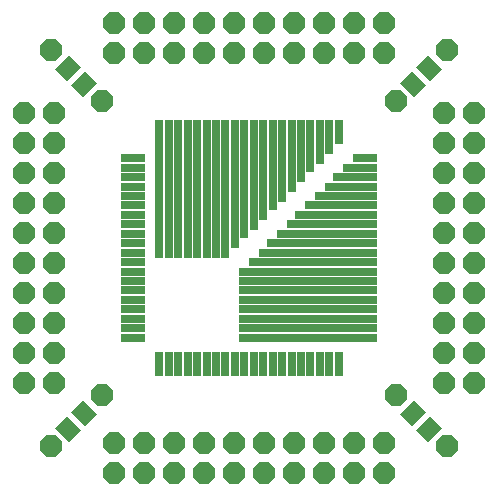
<source format=gbr>
G04 EAGLE Gerber RS-274X export*
G75*
%MOMM*%
%FSLAX34Y34*%
%LPD*%
%INSoldermask Top*%
%IPPOS*%
%AMOC8*
5,1,8,0,0,1.08239X$1,22.5*%
G01*
%ADD10R,2.103200X0.753200*%
%ADD11R,0.753200X2.103200*%
%ADD12R,11.703200X0.753200*%
%ADD13R,0.753200X11.703200*%
%ADD14R,0.753200X10.903200*%
%ADD15R,0.753200X10.103200*%
%ADD16R,10.103200X0.753200*%
%ADD17R,9.303200X0.753200*%
%ADD18R,0.753200X9.303200*%
%ADD19R,0.753200X8.503200*%
%ADD20R,8.503200X0.753200*%
%ADD21R,7.703200X0.753200*%
%ADD22R,0.753200X7.703200*%
%ADD23R,10.903200X0.753200*%
%ADD24R,6.903200X0.753200*%
%ADD25R,0.753200X6.903200*%
%ADD26R,0.753200X6.103200*%
%ADD27R,6.103200X0.753200*%
%ADD28R,5.303200X0.753200*%
%ADD29R,0.753200X5.303200*%
%ADD30R,0.753200X4.503200*%
%ADD31R,4.503200X0.753200*%
%ADD32R,3.703200X0.753200*%
%ADD33R,0.753200X3.703200*%
%ADD34R,2.903200X0.753200*%
%ADD35R,0.753200X2.903200*%
%ADD36P,1.979475X8X22.500000*%
%ADD37P,1.979475X8X112.500000*%
%ADD38P,1.979475X8X202.500000*%
%ADD39P,1.979475X8X292.500000*%
%ADD40R,1.503200X1.703200*%


D10*
X105640Y167640D03*
X105640Y175640D03*
X105640Y183640D03*
X105640Y191640D03*
X105640Y199640D03*
X105640Y207640D03*
X105640Y127640D03*
X105640Y135640D03*
X105640Y143640D03*
X105640Y151640D03*
X105640Y159640D03*
D11*
X127640Y105640D03*
X135640Y105640D03*
X143640Y105640D03*
X151640Y105640D03*
X159640Y105640D03*
X167640Y105640D03*
X183640Y105640D03*
X175640Y105640D03*
X191640Y105640D03*
X199640Y105640D03*
X207640Y105640D03*
X215640Y105640D03*
X223640Y105640D03*
X231640Y105640D03*
X239640Y105640D03*
X247640Y105640D03*
X255640Y105640D03*
X263640Y105640D03*
X271640Y105640D03*
X279640Y105640D03*
D10*
X301640Y279640D03*
X105640Y215640D03*
X105640Y223640D03*
X105640Y231640D03*
X105640Y239640D03*
X105640Y247640D03*
X105640Y255640D03*
X105640Y263640D03*
X105640Y279640D03*
X105640Y271640D03*
D11*
X279640Y301640D03*
D12*
X253640Y127640D03*
X253640Y183640D03*
X253640Y135640D03*
X253640Y143640D03*
X253640Y151640D03*
X253640Y159640D03*
X253640Y167640D03*
X253640Y175640D03*
D13*
X135640Y253640D03*
X183640Y253640D03*
X175640Y253640D03*
X167640Y253640D03*
X159640Y253640D03*
X151640Y253640D03*
X143640Y253640D03*
X127640Y253640D03*
D14*
X191640Y257640D03*
D15*
X199640Y261640D03*
D16*
X261640Y199640D03*
D17*
X265640Y207640D03*
D18*
X207640Y265640D03*
D19*
X215640Y269640D03*
D20*
X269640Y215640D03*
D21*
X273640Y223640D03*
D22*
X223640Y273640D03*
D23*
X257640Y191640D03*
D24*
X277640Y231640D03*
D25*
X231640Y277640D03*
D26*
X239640Y281640D03*
D27*
X281640Y239640D03*
D28*
X285640Y247640D03*
D29*
X247640Y285640D03*
D30*
X255640Y289640D03*
D31*
X289640Y255640D03*
D32*
X293640Y263640D03*
D33*
X263640Y293640D03*
D34*
X297640Y271640D03*
D35*
X271640Y297640D03*
D36*
X88900Y38100D03*
X88900Y12700D03*
X114300Y38100D03*
X114300Y12700D03*
X139700Y38100D03*
X139700Y12700D03*
X165100Y38100D03*
X165100Y12700D03*
X190500Y38100D03*
X190500Y12700D03*
X215900Y38100D03*
X215900Y12700D03*
X241300Y38100D03*
X241300Y12700D03*
X266700Y38100D03*
X266700Y12700D03*
X292100Y38100D03*
X292100Y12700D03*
X317500Y38100D03*
X317500Y12700D03*
D37*
X368300Y88900D03*
X393700Y88900D03*
X368300Y114300D03*
X393700Y114300D03*
X368300Y139700D03*
X393700Y139700D03*
X368300Y165100D03*
X393700Y165100D03*
X368300Y190500D03*
X393700Y190500D03*
X368300Y215900D03*
X393700Y215900D03*
X368300Y241300D03*
X393700Y241300D03*
X368300Y266700D03*
X393700Y266700D03*
X368300Y292100D03*
X393700Y292100D03*
X368300Y317500D03*
X393700Y317500D03*
D38*
X317500Y368300D03*
X317500Y393700D03*
X292100Y368300D03*
X292100Y393700D03*
X266700Y368300D03*
X266700Y393700D03*
X241300Y368300D03*
X241300Y393700D03*
X215900Y368300D03*
X215900Y393700D03*
X190500Y368300D03*
X190500Y393700D03*
X165100Y368300D03*
X165100Y393700D03*
X139700Y368300D03*
X139700Y393700D03*
X114300Y368300D03*
X114300Y393700D03*
X88900Y368300D03*
X88900Y393700D03*
D39*
X38100Y317500D03*
X12700Y317500D03*
X38100Y292100D03*
X12700Y292100D03*
X38100Y266700D03*
X12700Y266700D03*
X38100Y241300D03*
X12700Y241300D03*
X38100Y215900D03*
X12700Y215900D03*
X38100Y190500D03*
X12700Y190500D03*
X38100Y165100D03*
X12700Y165100D03*
X38100Y139700D03*
X12700Y139700D03*
X38100Y114300D03*
X12700Y114300D03*
X38100Y88900D03*
X12700Y88900D03*
D40*
G36*
X61768Y49725D02*
X51139Y39096D01*
X39096Y51139D01*
X49725Y61768D01*
X61768Y49725D01*
G37*
G36*
X75204Y63161D02*
X64575Y52532D01*
X52532Y64575D01*
X63161Y75204D01*
X75204Y63161D01*
G37*
D36*
X35560Y35560D03*
X78740Y78740D03*
D40*
G36*
X64575Y353868D02*
X75204Y343239D01*
X63161Y331196D01*
X52532Y341825D01*
X64575Y353868D01*
G37*
G36*
X51139Y367304D02*
X61768Y356675D01*
X49725Y344632D01*
X39096Y355261D01*
X51139Y367304D01*
G37*
D36*
X78740Y327660D03*
X35560Y370840D03*
D40*
G36*
X341825Y52532D02*
X331196Y63161D01*
X343239Y75204D01*
X353868Y64575D01*
X341825Y52532D01*
G37*
G36*
X355261Y39096D02*
X344632Y49725D01*
X356675Y61768D01*
X367304Y51139D01*
X355261Y39096D01*
G37*
D36*
X327660Y78740D03*
X370840Y35560D03*
D40*
G36*
X353868Y341825D02*
X343239Y331196D01*
X331196Y343239D01*
X341825Y353868D01*
X353868Y341825D01*
G37*
G36*
X367304Y355261D02*
X356675Y344632D01*
X344632Y356675D01*
X355261Y367304D01*
X367304Y355261D01*
G37*
D36*
X327660Y327660D03*
X370840Y370840D03*
M02*

</source>
